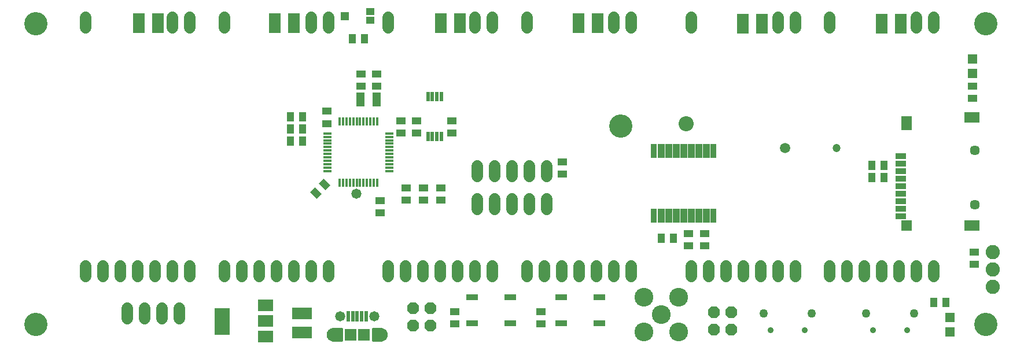
<source format=gts>
G75*
%MOIN*%
%OFA0B0*%
%FSLAX25Y25*%
%IPPOS*%
%LPD*%
%AMOC8*
5,1,8,0,0,1.08239X$1,22.5*
%
%ADD10R,0.05524X0.03950*%
%ADD11R,0.07099X0.11430*%
%ADD12R,0.03950X0.05524*%
%ADD13R,0.01587X0.04737*%
%ADD14R,0.04737X0.01587*%
%ADD15R,0.02178X0.05524*%
%ADD16R,0.05524X0.05524*%
%ADD17R,0.06800X0.03800*%
%ADD18R,0.03950X0.07887*%
%ADD19R,0.03556X0.07887*%
%ADD20C,0.10800*%
%ADD21R,0.05131X0.03950*%
%ADD22R,0.05131X0.04737*%
%ADD23R,0.05131X0.08280*%
%ADD24C,0.06800*%
%ADD25C,0.13398*%
%ADD26R,0.08700X0.06700*%
%ADD27R,0.08700X0.15800*%
%ADD28R,0.11430X0.07099*%
%ADD29OC8,0.06800*%
%ADD30R,0.02178X0.06312*%
%ADD31R,0.06706X0.06902*%
%ADD32C,0.07591*%
%ADD33C,0.05820*%
%ADD34C,0.01500*%
%ADD35C,0.05918*%
%ADD36C,0.04737*%
%ADD37C,0.03500*%
%ADD38C,0.05000*%
%ADD39C,0.08674*%
%ADD40R,0.06312X0.03556*%
%ADD41R,0.08674X0.06312*%
%ADD42R,0.06312X0.05839*%
%ADD43R,0.06312X0.08477*%
%ADD44C,0.05721*%
%ADD45C,0.08200*%
%ADD46C,0.05800*%
D10*
X0254800Y0039361D03*
X0254800Y0046447D03*
X0304400Y0046447D03*
X0304400Y0039361D03*
X0389600Y0084461D03*
X0398800Y0084461D03*
X0398800Y0091547D03*
X0389600Y0091547D03*
X0316800Y0125861D03*
X0316800Y0132947D03*
X0253300Y0149361D03*
X0253300Y0156447D03*
X0232800Y0156447D03*
X0223800Y0156447D03*
X0223800Y0149361D03*
X0232800Y0149361D03*
X0181300Y0154961D03*
X0181300Y0162047D03*
X0200800Y0176361D03*
X0209800Y0176361D03*
X0209800Y0183447D03*
X0200800Y0183447D03*
X0226800Y0117947D03*
X0236700Y0117947D03*
X0246700Y0117947D03*
X0246700Y0110861D03*
X0236700Y0110861D03*
X0226800Y0110861D03*
X0211800Y0110447D03*
X0211800Y0103361D03*
X0554300Y0080947D03*
X0554300Y0073861D03*
X0553300Y0169361D03*
X0553300Y0176447D03*
D11*
X0511812Y0212404D03*
X0500788Y0212404D03*
X0431812Y0212404D03*
X0420788Y0212404D03*
X0337312Y0212904D03*
X0326288Y0212904D03*
X0257812Y0212904D03*
X0246788Y0212904D03*
X0162312Y0212904D03*
X0151288Y0212904D03*
X0083812Y0212904D03*
X0072788Y0212904D03*
D12*
X0195757Y0203904D03*
X0202843Y0203904D03*
X0167343Y0158904D03*
X0160257Y0158904D03*
X0160257Y0151904D03*
X0167343Y0151904D03*
X0167343Y0144904D03*
X0160257Y0144904D03*
G36*
X0176456Y0120465D02*
X0179249Y0123258D01*
X0183154Y0119353D01*
X0180361Y0116560D01*
X0176456Y0120465D01*
G37*
G36*
X0171446Y0115454D02*
X0174239Y0118247D01*
X0178144Y0114342D01*
X0175351Y0111549D01*
X0171446Y0115454D01*
G37*
X0373757Y0088904D03*
X0380843Y0088904D03*
X0495257Y0123904D03*
X0502343Y0123904D03*
X0502343Y0130904D03*
X0495257Y0130904D03*
X0530757Y0051904D03*
X0537843Y0051904D03*
D13*
X0210194Y0120703D03*
X0208225Y0120703D03*
X0206257Y0120703D03*
X0204288Y0120703D03*
X0202320Y0120703D03*
X0200351Y0120703D03*
X0198383Y0120703D03*
X0196414Y0120703D03*
X0194446Y0120703D03*
X0192477Y0120703D03*
X0190509Y0120703D03*
X0188540Y0120703D03*
X0188540Y0156136D03*
X0190509Y0156136D03*
X0192477Y0156136D03*
X0194446Y0156136D03*
X0196414Y0156136D03*
X0198383Y0156136D03*
X0200351Y0156136D03*
X0202320Y0156136D03*
X0204288Y0156136D03*
X0206257Y0156136D03*
X0208225Y0156136D03*
X0210194Y0156136D03*
D14*
X0217083Y0149246D03*
X0217083Y0147278D03*
X0217083Y0145309D03*
X0217083Y0143341D03*
X0217083Y0141372D03*
X0217083Y0139404D03*
X0217083Y0137435D03*
X0217083Y0135467D03*
X0217083Y0133498D03*
X0217083Y0131530D03*
X0217083Y0129561D03*
X0217083Y0127593D03*
X0181650Y0127593D03*
X0181650Y0129561D03*
X0181650Y0131530D03*
X0181650Y0133498D03*
X0181650Y0135467D03*
X0181650Y0137435D03*
X0181650Y0139404D03*
X0181650Y0141372D03*
X0181650Y0143341D03*
X0181650Y0145309D03*
X0181650Y0147278D03*
X0181650Y0149246D03*
D15*
X0239461Y0147388D03*
X0242020Y0147388D03*
X0244580Y0147388D03*
X0247139Y0147388D03*
X0247139Y0170420D03*
X0244580Y0170420D03*
X0242020Y0170420D03*
X0239461Y0170420D03*
D16*
X0553300Y0183770D03*
X0553300Y0192038D03*
X0540300Y0043038D03*
X0540300Y0034770D03*
D17*
X0338300Y0039904D03*
X0316300Y0039904D03*
X0316300Y0054904D03*
X0338300Y0054904D03*
X0286800Y0054904D03*
X0264800Y0054904D03*
X0264800Y0039904D03*
X0286800Y0039904D03*
D18*
X0373805Y0101691D03*
X0378135Y0101691D03*
X0382466Y0101691D03*
X0386797Y0101691D03*
X0391128Y0101691D03*
X0395458Y0101691D03*
X0399789Y0101691D03*
X0399789Y0139092D03*
X0395458Y0139092D03*
X0391128Y0139092D03*
X0386797Y0139092D03*
X0382466Y0139092D03*
X0378135Y0139092D03*
X0373805Y0139092D03*
D19*
X0369671Y0139092D03*
X0403923Y0139092D03*
X0403923Y0101691D03*
X0369671Y0101691D03*
D20*
X0363847Y0054904D03*
X0383847Y0054904D03*
X0373847Y0044904D03*
X0363847Y0034904D03*
X0383847Y0034904D03*
D21*
X0206162Y0214345D03*
X0206162Y0219463D03*
D22*
X0191477Y0216865D03*
D23*
X0200576Y0168904D03*
X0210024Y0168904D03*
D24*
X0267800Y0130404D02*
X0267800Y0124404D01*
X0277800Y0124404D02*
X0277800Y0130404D01*
X0287800Y0130404D02*
X0287800Y0124404D01*
X0297800Y0124404D02*
X0297800Y0130404D01*
X0307800Y0130404D02*
X0307800Y0124404D01*
X0307800Y0111404D02*
X0307800Y0105404D01*
X0297800Y0105404D02*
X0297800Y0111404D01*
X0287800Y0111404D02*
X0287800Y0105404D01*
X0277800Y0105404D02*
X0277800Y0111404D01*
X0267800Y0111404D02*
X0267800Y0105404D01*
X0266682Y0072924D02*
X0266682Y0066924D01*
X0276682Y0066924D02*
X0276682Y0072924D01*
X0296603Y0072924D02*
X0296603Y0066924D01*
X0306603Y0066924D02*
X0306603Y0072924D01*
X0316603Y0072924D02*
X0316603Y0066924D01*
X0326603Y0066924D02*
X0326603Y0072924D01*
X0336603Y0072924D02*
X0336603Y0066924D01*
X0346603Y0066924D02*
X0346603Y0072924D01*
X0356603Y0072924D02*
X0356603Y0066924D01*
X0391091Y0066924D02*
X0391091Y0072924D01*
X0401091Y0072924D02*
X0401091Y0066924D01*
X0411091Y0066924D02*
X0411091Y0072924D01*
X0421091Y0072924D02*
X0421091Y0066924D01*
X0431091Y0066924D02*
X0431091Y0072924D01*
X0441091Y0072924D02*
X0441091Y0066924D01*
X0451091Y0066924D02*
X0451091Y0072924D01*
X0471013Y0072924D02*
X0471013Y0066924D01*
X0481013Y0066924D02*
X0481013Y0072924D01*
X0491013Y0072924D02*
X0491013Y0066924D01*
X0501013Y0066924D02*
X0501013Y0072924D01*
X0511013Y0072924D02*
X0511013Y0066924D01*
X0521013Y0066924D02*
X0521013Y0072924D01*
X0531013Y0072924D02*
X0531013Y0066924D01*
X0256682Y0066924D02*
X0256682Y0072924D01*
X0246682Y0072924D02*
X0246682Y0066924D01*
X0236682Y0066924D02*
X0236682Y0072924D01*
X0226682Y0072924D02*
X0226682Y0066924D01*
X0216682Y0066924D02*
X0216682Y0072924D01*
X0182194Y0072924D02*
X0182194Y0066924D01*
X0172194Y0066924D02*
X0172194Y0072924D01*
X0162194Y0072924D02*
X0162194Y0066924D01*
X0152194Y0066924D02*
X0152194Y0072924D01*
X0142194Y0072924D02*
X0142194Y0066924D01*
X0132194Y0066924D02*
X0132194Y0072924D01*
X0122194Y0072924D02*
X0122194Y0066924D01*
X0102272Y0066924D02*
X0102272Y0072924D01*
X0092272Y0072924D02*
X0092272Y0066924D01*
X0082272Y0066924D02*
X0082272Y0072924D01*
X0072272Y0072924D02*
X0072272Y0066924D01*
X0062272Y0066924D02*
X0062272Y0072924D01*
X0052272Y0072924D02*
X0052272Y0066924D01*
X0042272Y0066924D02*
X0042272Y0072924D01*
X0066300Y0048404D02*
X0066300Y0042404D01*
X0076300Y0042404D02*
X0076300Y0048404D01*
X0086300Y0048404D02*
X0086300Y0042404D01*
X0096300Y0042404D02*
X0096300Y0048404D01*
X0092272Y0210231D02*
X0092272Y0216231D01*
X0102272Y0216231D02*
X0102272Y0210231D01*
X0122194Y0210231D02*
X0122194Y0216231D01*
X0172194Y0216231D02*
X0172194Y0210231D01*
X0182194Y0210231D02*
X0182194Y0216231D01*
X0216682Y0216231D02*
X0216682Y0210231D01*
X0266682Y0210231D02*
X0266682Y0216231D01*
X0276682Y0216231D02*
X0276682Y0210231D01*
X0296603Y0210231D02*
X0296603Y0216231D01*
X0346603Y0216231D02*
X0346603Y0210231D01*
X0356603Y0210231D02*
X0356603Y0216231D01*
X0391091Y0216231D02*
X0391091Y0210231D01*
X0441091Y0210231D02*
X0441091Y0216231D01*
X0451091Y0216231D02*
X0451091Y0210231D01*
X0471013Y0210231D02*
X0471013Y0216231D01*
X0521013Y0216231D02*
X0521013Y0210231D01*
X0531013Y0210231D02*
X0531013Y0216231D01*
X0042272Y0216231D02*
X0042272Y0210231D01*
D25*
X0013611Y0039215D03*
X0350446Y0153388D03*
X0560855Y0212443D03*
X0560855Y0039215D03*
X0013611Y0212443D03*
D26*
X0145700Y0050004D03*
X0145700Y0041004D03*
X0145700Y0032004D03*
D27*
X0120900Y0040904D03*
D28*
X0166800Y0045416D03*
X0166800Y0034392D03*
D29*
X0230800Y0038404D03*
X0240800Y0038404D03*
X0240800Y0048404D03*
X0230800Y0048404D03*
X0404280Y0046183D03*
X0414280Y0046183D03*
X0414280Y0036183D03*
X0404280Y0036183D03*
D30*
X0203769Y0043743D03*
X0201209Y0043743D03*
X0198650Y0043743D03*
X0196091Y0043743D03*
X0193532Y0043743D03*
D31*
X0194713Y0033309D03*
X0202587Y0033309D03*
D32*
X0212430Y0033309D03*
X0184871Y0033309D03*
D33*
X0188808Y0043939D03*
X0208493Y0043939D03*
D34*
X0207706Y0036459D02*
X0212036Y0036459D01*
X0212651Y0036399D01*
X0213242Y0036219D01*
X0213786Y0035928D01*
X0214263Y0035537D01*
X0214655Y0035059D01*
X0214946Y0034515D01*
X0215125Y0033924D01*
X0215186Y0033309D01*
X0215125Y0032695D01*
X0214946Y0032104D01*
X0214655Y0031560D01*
X0214263Y0031082D01*
X0213786Y0030691D01*
X0213242Y0030400D01*
X0212651Y0030220D01*
X0212036Y0030160D01*
X0207706Y0030160D01*
X0207706Y0036459D01*
X0207706Y0036395D02*
X0212662Y0036395D01*
X0214742Y0034896D02*
X0207706Y0034896D01*
X0207706Y0033398D02*
X0215177Y0033398D01*
X0214837Y0031899D02*
X0207706Y0031899D01*
X0207706Y0030401D02*
X0213244Y0030401D01*
X0189595Y0030401D02*
X0184057Y0030401D01*
X0184059Y0030400D02*
X0183515Y0030691D01*
X0183037Y0031082D01*
X0182646Y0031560D01*
X0182355Y0032104D01*
X0182175Y0032695D01*
X0182115Y0033309D01*
X0182175Y0033924D01*
X0182355Y0034515D01*
X0182646Y0035059D01*
X0183037Y0035537D01*
X0183515Y0035928D01*
X0184059Y0036219D01*
X0184650Y0036399D01*
X0185265Y0036459D01*
X0189595Y0036459D01*
X0189595Y0030160D01*
X0185265Y0030160D01*
X0184650Y0030220D01*
X0184059Y0030400D01*
X0182464Y0031899D02*
X0189595Y0031899D01*
X0189595Y0033398D02*
X0182124Y0033398D01*
X0182559Y0034896D02*
X0189595Y0034896D01*
X0189595Y0036395D02*
X0184638Y0036395D01*
D35*
X0445174Y0140904D03*
D36*
X0474702Y0140904D03*
D37*
X0456524Y0035672D03*
X0436839Y0035672D03*
X0495894Y0035672D03*
X0515580Y0035672D03*
D38*
X0519517Y0045514D03*
X0491957Y0045514D03*
X0460461Y0045514D03*
X0432902Y0045514D03*
D39*
X0388300Y0154904D03*
D40*
X0511800Y0136065D03*
X0511800Y0131735D03*
X0511800Y0127404D03*
X0511800Y0123073D03*
X0511800Y0118743D03*
X0511800Y0114412D03*
X0511800Y0110081D03*
X0511800Y0105750D03*
X0511800Y0101420D03*
D41*
X0553020Y0096302D03*
X0553020Y0158506D03*
D42*
X0515225Y0096065D03*
D43*
X0515225Y0155061D03*
D44*
X0554595Y0139609D03*
X0554595Y0108113D03*
D45*
X0564800Y0080904D03*
X0564800Y0070904D03*
X0564800Y0060904D03*
D46*
X0198300Y0114404D03*
M02*

</source>
